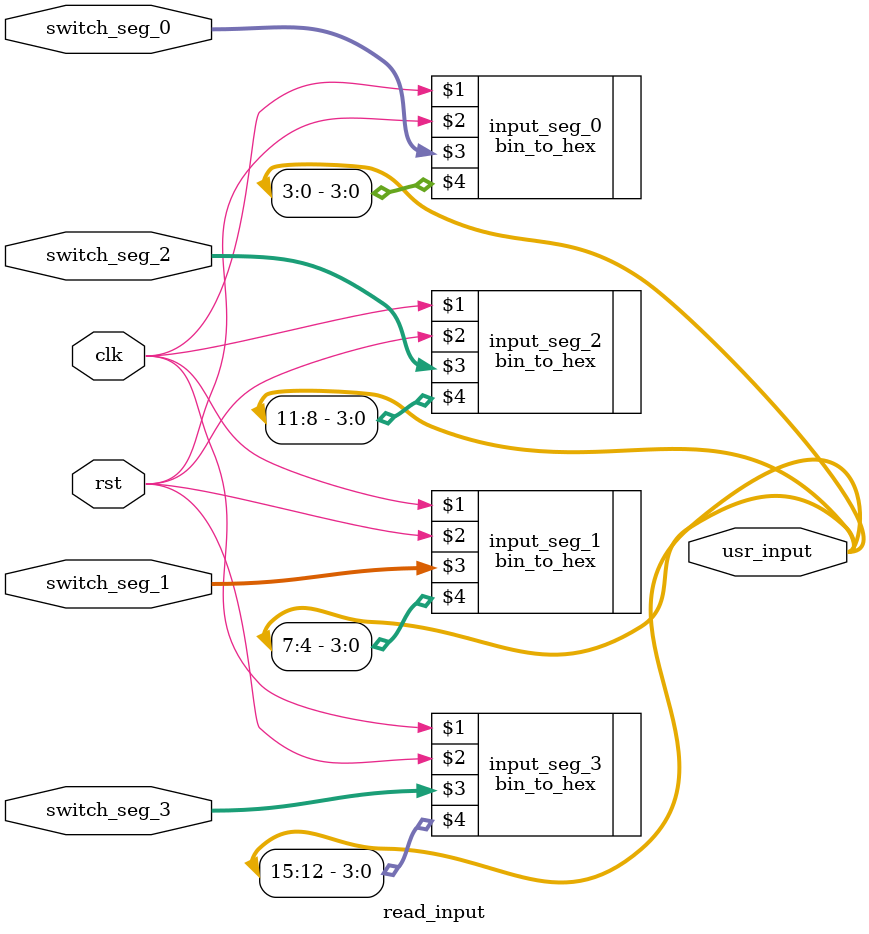
<source format=v>
`timescale 1ns / 1ps


module read_input(
//4 bit binary inputs, from switches
    input clk, rst,
    input [3:0]switch_seg_0, //LSB
    input [3:0]switch_seg_1,
    input [3:0]switch_seg_2,
    input [3:0]switch_seg_3, //MSB
    output [15:0]usr_input //16 bit hex output conversion
    );
    
    bin_to_hex input_seg_0(clk, rst,switch_seg_0, usr_input[3:0]); //LSB
    bin_to_hex input_seg_1(clk, rst,switch_seg_1, usr_input[7:4]);
    bin_to_hex input_seg_2(clk, rst,switch_seg_2, usr_input[11:8]);
    bin_to_hex input_seg_3(clk, rst,switch_seg_3, usr_input[15:12]); //MSB
    
 
 
 
endmodule

</source>
